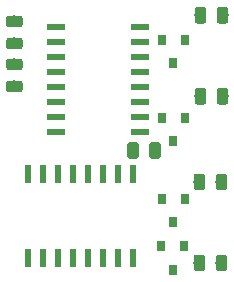
<source format=gbr>
G04 #@! TF.GenerationSoftware,KiCad,Pcbnew,5.0.2+dfsg1-1*
G04 #@! TF.CreationDate,2019-01-13T01:33:18+00:00*
G04 #@! TF.ProjectId,led_matrix_v1,6c65645f-6d61-4747-9269-785f76312e6b,rev?*
G04 #@! TF.SameCoordinates,Original*
G04 #@! TF.FileFunction,Paste,Bot*
G04 #@! TF.FilePolarity,Positive*
%FSLAX46Y46*%
G04 Gerber Fmt 4.6, Leading zero omitted, Abs format (unit mm)*
G04 Created by KiCad (PCBNEW 5.0.2+dfsg1-1) date Sun 13 Jan 2019 01:33:18 GMT*
%MOMM*%
%LPD*%
G01*
G04 APERTURE LIST*
%ADD10R,0.800000X0.900000*%
%ADD11R,1.500000X0.600000*%
%ADD12R,0.600000X1.500000*%
%ADD13C,0.100000*%
%ADD14C,0.975000*%
G04 APERTURE END LIST*
D10*
G04 #@! TO.C,Q4*
X135570000Y-106902000D03*
X136520000Y-104902000D03*
X134620000Y-104902000D03*
G04 #@! TD*
D11*
G04 #@! TO.C,4022*
X125730000Y-95250000D03*
X125730000Y-93980000D03*
X125730000Y-92710000D03*
X125730000Y-91440000D03*
X125730000Y-90170000D03*
X125730000Y-88900000D03*
X125730000Y-87630000D03*
X125730000Y-86360000D03*
X132830000Y-86360000D03*
X132830000Y-87630000D03*
X132830000Y-88900000D03*
X132830000Y-90170000D03*
X132830000Y-91440000D03*
X132830000Y-92710000D03*
X132830000Y-93980000D03*
X132830000Y-95250000D03*
G04 #@! TD*
D12*
G04 #@! TO.C,HC595*
X132207000Y-98812000D03*
X130937000Y-98812000D03*
X129667000Y-98812000D03*
X128397000Y-98812000D03*
X127127000Y-98812000D03*
X125857000Y-98812000D03*
X124587000Y-98812000D03*
X123317000Y-98812000D03*
X123317000Y-105912000D03*
X124587000Y-105912000D03*
X125857000Y-105912000D03*
X127127000Y-105912000D03*
X128397000Y-105912000D03*
X129667000Y-105912000D03*
X130937000Y-105912000D03*
X132207000Y-105912000D03*
G04 #@! TD*
D13*
G04 #@! TO.C,C2*
G36*
X122654142Y-85365674D02*
X122677803Y-85369184D01*
X122701007Y-85374996D01*
X122723529Y-85383054D01*
X122745153Y-85393282D01*
X122765670Y-85405579D01*
X122784883Y-85419829D01*
X122802607Y-85435893D01*
X122818671Y-85453617D01*
X122832921Y-85472830D01*
X122845218Y-85493347D01*
X122855446Y-85514971D01*
X122863504Y-85537493D01*
X122869316Y-85560697D01*
X122872826Y-85584358D01*
X122874000Y-85608250D01*
X122874000Y-86095750D01*
X122872826Y-86119642D01*
X122869316Y-86143303D01*
X122863504Y-86166507D01*
X122855446Y-86189029D01*
X122845218Y-86210653D01*
X122832921Y-86231170D01*
X122818671Y-86250383D01*
X122802607Y-86268107D01*
X122784883Y-86284171D01*
X122765670Y-86298421D01*
X122745153Y-86310718D01*
X122723529Y-86320946D01*
X122701007Y-86329004D01*
X122677803Y-86334816D01*
X122654142Y-86338326D01*
X122630250Y-86339500D01*
X121717750Y-86339500D01*
X121693858Y-86338326D01*
X121670197Y-86334816D01*
X121646993Y-86329004D01*
X121624471Y-86320946D01*
X121602847Y-86310718D01*
X121582330Y-86298421D01*
X121563117Y-86284171D01*
X121545393Y-86268107D01*
X121529329Y-86250383D01*
X121515079Y-86231170D01*
X121502782Y-86210653D01*
X121492554Y-86189029D01*
X121484496Y-86166507D01*
X121478684Y-86143303D01*
X121475174Y-86119642D01*
X121474000Y-86095750D01*
X121474000Y-85608250D01*
X121475174Y-85584358D01*
X121478684Y-85560697D01*
X121484496Y-85537493D01*
X121492554Y-85514971D01*
X121502782Y-85493347D01*
X121515079Y-85472830D01*
X121529329Y-85453617D01*
X121545393Y-85435893D01*
X121563117Y-85419829D01*
X121582330Y-85405579D01*
X121602847Y-85393282D01*
X121624471Y-85383054D01*
X121646993Y-85374996D01*
X121670197Y-85369184D01*
X121693858Y-85365674D01*
X121717750Y-85364500D01*
X122630250Y-85364500D01*
X122654142Y-85365674D01*
X122654142Y-85365674D01*
G37*
D14*
X122174000Y-85852000D03*
D13*
G36*
X122654142Y-87240674D02*
X122677803Y-87244184D01*
X122701007Y-87249996D01*
X122723529Y-87258054D01*
X122745153Y-87268282D01*
X122765670Y-87280579D01*
X122784883Y-87294829D01*
X122802607Y-87310893D01*
X122818671Y-87328617D01*
X122832921Y-87347830D01*
X122845218Y-87368347D01*
X122855446Y-87389971D01*
X122863504Y-87412493D01*
X122869316Y-87435697D01*
X122872826Y-87459358D01*
X122874000Y-87483250D01*
X122874000Y-87970750D01*
X122872826Y-87994642D01*
X122869316Y-88018303D01*
X122863504Y-88041507D01*
X122855446Y-88064029D01*
X122845218Y-88085653D01*
X122832921Y-88106170D01*
X122818671Y-88125383D01*
X122802607Y-88143107D01*
X122784883Y-88159171D01*
X122765670Y-88173421D01*
X122745153Y-88185718D01*
X122723529Y-88195946D01*
X122701007Y-88204004D01*
X122677803Y-88209816D01*
X122654142Y-88213326D01*
X122630250Y-88214500D01*
X121717750Y-88214500D01*
X121693858Y-88213326D01*
X121670197Y-88209816D01*
X121646993Y-88204004D01*
X121624471Y-88195946D01*
X121602847Y-88185718D01*
X121582330Y-88173421D01*
X121563117Y-88159171D01*
X121545393Y-88143107D01*
X121529329Y-88125383D01*
X121515079Y-88106170D01*
X121502782Y-88085653D01*
X121492554Y-88064029D01*
X121484496Y-88041507D01*
X121478684Y-88018303D01*
X121475174Y-87994642D01*
X121474000Y-87970750D01*
X121474000Y-87483250D01*
X121475174Y-87459358D01*
X121478684Y-87435697D01*
X121484496Y-87412493D01*
X121492554Y-87389971D01*
X121502782Y-87368347D01*
X121515079Y-87347830D01*
X121529329Y-87328617D01*
X121545393Y-87310893D01*
X121563117Y-87294829D01*
X121582330Y-87280579D01*
X121602847Y-87268282D01*
X121624471Y-87258054D01*
X121646993Y-87249996D01*
X121670197Y-87244184D01*
X121693858Y-87240674D01*
X121717750Y-87239500D01*
X122630250Y-87239500D01*
X122654142Y-87240674D01*
X122654142Y-87240674D01*
G37*
D14*
X122174000Y-87727000D03*
G04 #@! TD*
D13*
G04 #@! TO.C,C3*
G36*
X134349642Y-96075174D02*
X134373303Y-96078684D01*
X134396507Y-96084496D01*
X134419029Y-96092554D01*
X134440653Y-96102782D01*
X134461170Y-96115079D01*
X134480383Y-96129329D01*
X134498107Y-96145393D01*
X134514171Y-96163117D01*
X134528421Y-96182330D01*
X134540718Y-96202847D01*
X134550946Y-96224471D01*
X134559004Y-96246993D01*
X134564816Y-96270197D01*
X134568326Y-96293858D01*
X134569500Y-96317750D01*
X134569500Y-97230250D01*
X134568326Y-97254142D01*
X134564816Y-97277803D01*
X134559004Y-97301007D01*
X134550946Y-97323529D01*
X134540718Y-97345153D01*
X134528421Y-97365670D01*
X134514171Y-97384883D01*
X134498107Y-97402607D01*
X134480383Y-97418671D01*
X134461170Y-97432921D01*
X134440653Y-97445218D01*
X134419029Y-97455446D01*
X134396507Y-97463504D01*
X134373303Y-97469316D01*
X134349642Y-97472826D01*
X134325750Y-97474000D01*
X133838250Y-97474000D01*
X133814358Y-97472826D01*
X133790697Y-97469316D01*
X133767493Y-97463504D01*
X133744971Y-97455446D01*
X133723347Y-97445218D01*
X133702830Y-97432921D01*
X133683617Y-97418671D01*
X133665893Y-97402607D01*
X133649829Y-97384883D01*
X133635579Y-97365670D01*
X133623282Y-97345153D01*
X133613054Y-97323529D01*
X133604996Y-97301007D01*
X133599184Y-97277803D01*
X133595674Y-97254142D01*
X133594500Y-97230250D01*
X133594500Y-96317750D01*
X133595674Y-96293858D01*
X133599184Y-96270197D01*
X133604996Y-96246993D01*
X133613054Y-96224471D01*
X133623282Y-96202847D01*
X133635579Y-96182330D01*
X133649829Y-96163117D01*
X133665893Y-96145393D01*
X133683617Y-96129329D01*
X133702830Y-96115079D01*
X133723347Y-96102782D01*
X133744971Y-96092554D01*
X133767493Y-96084496D01*
X133790697Y-96078684D01*
X133814358Y-96075174D01*
X133838250Y-96074000D01*
X134325750Y-96074000D01*
X134349642Y-96075174D01*
X134349642Y-96075174D01*
G37*
D14*
X134082000Y-96774000D03*
D13*
G36*
X132474642Y-96075174D02*
X132498303Y-96078684D01*
X132521507Y-96084496D01*
X132544029Y-96092554D01*
X132565653Y-96102782D01*
X132586170Y-96115079D01*
X132605383Y-96129329D01*
X132623107Y-96145393D01*
X132639171Y-96163117D01*
X132653421Y-96182330D01*
X132665718Y-96202847D01*
X132675946Y-96224471D01*
X132684004Y-96246993D01*
X132689816Y-96270197D01*
X132693326Y-96293858D01*
X132694500Y-96317750D01*
X132694500Y-97230250D01*
X132693326Y-97254142D01*
X132689816Y-97277803D01*
X132684004Y-97301007D01*
X132675946Y-97323529D01*
X132665718Y-97345153D01*
X132653421Y-97365670D01*
X132639171Y-97384883D01*
X132623107Y-97402607D01*
X132605383Y-97418671D01*
X132586170Y-97432921D01*
X132565653Y-97445218D01*
X132544029Y-97455446D01*
X132521507Y-97463504D01*
X132498303Y-97469316D01*
X132474642Y-97472826D01*
X132450750Y-97474000D01*
X131963250Y-97474000D01*
X131939358Y-97472826D01*
X131915697Y-97469316D01*
X131892493Y-97463504D01*
X131869971Y-97455446D01*
X131848347Y-97445218D01*
X131827830Y-97432921D01*
X131808617Y-97418671D01*
X131790893Y-97402607D01*
X131774829Y-97384883D01*
X131760579Y-97365670D01*
X131748282Y-97345153D01*
X131738054Y-97323529D01*
X131729996Y-97301007D01*
X131724184Y-97277803D01*
X131720674Y-97254142D01*
X131719500Y-97230250D01*
X131719500Y-96317750D01*
X131720674Y-96293858D01*
X131724184Y-96270197D01*
X131729996Y-96246993D01*
X131738054Y-96224471D01*
X131748282Y-96202847D01*
X131760579Y-96182330D01*
X131774829Y-96163117D01*
X131790893Y-96145393D01*
X131808617Y-96129329D01*
X131827830Y-96115079D01*
X131848347Y-96102782D01*
X131869971Y-96092554D01*
X131892493Y-96084496D01*
X131915697Y-96078684D01*
X131939358Y-96075174D01*
X131963250Y-96074000D01*
X132450750Y-96074000D01*
X132474642Y-96075174D01*
X132474642Y-96075174D01*
G37*
D14*
X132207000Y-96774000D03*
G04 #@! TD*
D10*
G04 #@! TO.C,Q1*
X135636000Y-89408000D03*
X136586000Y-87408000D03*
X134686000Y-87408000D03*
G04 #@! TD*
G04 #@! TO.C,Q2*
X134686000Y-94012000D03*
X136586000Y-94012000D03*
X135636000Y-96012000D03*
G04 #@! TD*
G04 #@! TO.C,Q3*
X134686000Y-100870000D03*
X136586000Y-100870000D03*
X135636000Y-102870000D03*
G04 #@! TD*
D13*
G04 #@! TO.C,R1*
G36*
X122654142Y-89000174D02*
X122677803Y-89003684D01*
X122701007Y-89009496D01*
X122723529Y-89017554D01*
X122745153Y-89027782D01*
X122765670Y-89040079D01*
X122784883Y-89054329D01*
X122802607Y-89070393D01*
X122818671Y-89088117D01*
X122832921Y-89107330D01*
X122845218Y-89127847D01*
X122855446Y-89149471D01*
X122863504Y-89171993D01*
X122869316Y-89195197D01*
X122872826Y-89218858D01*
X122874000Y-89242750D01*
X122874000Y-89730250D01*
X122872826Y-89754142D01*
X122869316Y-89777803D01*
X122863504Y-89801007D01*
X122855446Y-89823529D01*
X122845218Y-89845153D01*
X122832921Y-89865670D01*
X122818671Y-89884883D01*
X122802607Y-89902607D01*
X122784883Y-89918671D01*
X122765670Y-89932921D01*
X122745153Y-89945218D01*
X122723529Y-89955446D01*
X122701007Y-89963504D01*
X122677803Y-89969316D01*
X122654142Y-89972826D01*
X122630250Y-89974000D01*
X121717750Y-89974000D01*
X121693858Y-89972826D01*
X121670197Y-89969316D01*
X121646993Y-89963504D01*
X121624471Y-89955446D01*
X121602847Y-89945218D01*
X121582330Y-89932921D01*
X121563117Y-89918671D01*
X121545393Y-89902607D01*
X121529329Y-89884883D01*
X121515079Y-89865670D01*
X121502782Y-89845153D01*
X121492554Y-89823529D01*
X121484496Y-89801007D01*
X121478684Y-89777803D01*
X121475174Y-89754142D01*
X121474000Y-89730250D01*
X121474000Y-89242750D01*
X121475174Y-89218858D01*
X121478684Y-89195197D01*
X121484496Y-89171993D01*
X121492554Y-89149471D01*
X121502782Y-89127847D01*
X121515079Y-89107330D01*
X121529329Y-89088117D01*
X121545393Y-89070393D01*
X121563117Y-89054329D01*
X121582330Y-89040079D01*
X121602847Y-89027782D01*
X121624471Y-89017554D01*
X121646993Y-89009496D01*
X121670197Y-89003684D01*
X121693858Y-89000174D01*
X121717750Y-88999000D01*
X122630250Y-88999000D01*
X122654142Y-89000174D01*
X122654142Y-89000174D01*
G37*
D14*
X122174000Y-89486500D03*
D13*
G36*
X122654142Y-90875174D02*
X122677803Y-90878684D01*
X122701007Y-90884496D01*
X122723529Y-90892554D01*
X122745153Y-90902782D01*
X122765670Y-90915079D01*
X122784883Y-90929329D01*
X122802607Y-90945393D01*
X122818671Y-90963117D01*
X122832921Y-90982330D01*
X122845218Y-91002847D01*
X122855446Y-91024471D01*
X122863504Y-91046993D01*
X122869316Y-91070197D01*
X122872826Y-91093858D01*
X122874000Y-91117750D01*
X122874000Y-91605250D01*
X122872826Y-91629142D01*
X122869316Y-91652803D01*
X122863504Y-91676007D01*
X122855446Y-91698529D01*
X122845218Y-91720153D01*
X122832921Y-91740670D01*
X122818671Y-91759883D01*
X122802607Y-91777607D01*
X122784883Y-91793671D01*
X122765670Y-91807921D01*
X122745153Y-91820218D01*
X122723529Y-91830446D01*
X122701007Y-91838504D01*
X122677803Y-91844316D01*
X122654142Y-91847826D01*
X122630250Y-91849000D01*
X121717750Y-91849000D01*
X121693858Y-91847826D01*
X121670197Y-91844316D01*
X121646993Y-91838504D01*
X121624471Y-91830446D01*
X121602847Y-91820218D01*
X121582330Y-91807921D01*
X121563117Y-91793671D01*
X121545393Y-91777607D01*
X121529329Y-91759883D01*
X121515079Y-91740670D01*
X121502782Y-91720153D01*
X121492554Y-91698529D01*
X121484496Y-91676007D01*
X121478684Y-91652803D01*
X121475174Y-91629142D01*
X121474000Y-91605250D01*
X121474000Y-91117750D01*
X121475174Y-91093858D01*
X121478684Y-91070197D01*
X121484496Y-91046993D01*
X121492554Y-91024471D01*
X121502782Y-91002847D01*
X121515079Y-90982330D01*
X121529329Y-90963117D01*
X121545393Y-90945393D01*
X121563117Y-90929329D01*
X121582330Y-90915079D01*
X121602847Y-90902782D01*
X121624471Y-90892554D01*
X121646993Y-90884496D01*
X121670197Y-90878684D01*
X121693858Y-90875174D01*
X121717750Y-90874000D01*
X122630250Y-90874000D01*
X122654142Y-90875174D01*
X122654142Y-90875174D01*
G37*
D14*
X122174000Y-91361500D03*
G04 #@! TD*
D13*
G04 #@! TO.C,R5*
G36*
X140064642Y-84645174D02*
X140088303Y-84648684D01*
X140111507Y-84654496D01*
X140134029Y-84662554D01*
X140155653Y-84672782D01*
X140176170Y-84685079D01*
X140195383Y-84699329D01*
X140213107Y-84715393D01*
X140229171Y-84733117D01*
X140243421Y-84752330D01*
X140255718Y-84772847D01*
X140265946Y-84794471D01*
X140274004Y-84816993D01*
X140279816Y-84840197D01*
X140283326Y-84863858D01*
X140284500Y-84887750D01*
X140284500Y-85800250D01*
X140283326Y-85824142D01*
X140279816Y-85847803D01*
X140274004Y-85871007D01*
X140265946Y-85893529D01*
X140255718Y-85915153D01*
X140243421Y-85935670D01*
X140229171Y-85954883D01*
X140213107Y-85972607D01*
X140195383Y-85988671D01*
X140176170Y-86002921D01*
X140155653Y-86015218D01*
X140134029Y-86025446D01*
X140111507Y-86033504D01*
X140088303Y-86039316D01*
X140064642Y-86042826D01*
X140040750Y-86044000D01*
X139553250Y-86044000D01*
X139529358Y-86042826D01*
X139505697Y-86039316D01*
X139482493Y-86033504D01*
X139459971Y-86025446D01*
X139438347Y-86015218D01*
X139417830Y-86002921D01*
X139398617Y-85988671D01*
X139380893Y-85972607D01*
X139364829Y-85954883D01*
X139350579Y-85935670D01*
X139338282Y-85915153D01*
X139328054Y-85893529D01*
X139319996Y-85871007D01*
X139314184Y-85847803D01*
X139310674Y-85824142D01*
X139309500Y-85800250D01*
X139309500Y-84887750D01*
X139310674Y-84863858D01*
X139314184Y-84840197D01*
X139319996Y-84816993D01*
X139328054Y-84794471D01*
X139338282Y-84772847D01*
X139350579Y-84752330D01*
X139364829Y-84733117D01*
X139380893Y-84715393D01*
X139398617Y-84699329D01*
X139417830Y-84685079D01*
X139438347Y-84672782D01*
X139459971Y-84662554D01*
X139482493Y-84654496D01*
X139505697Y-84648684D01*
X139529358Y-84645174D01*
X139553250Y-84644000D01*
X140040750Y-84644000D01*
X140064642Y-84645174D01*
X140064642Y-84645174D01*
G37*
D14*
X139797000Y-85344000D03*
D13*
G36*
X138189642Y-84645174D02*
X138213303Y-84648684D01*
X138236507Y-84654496D01*
X138259029Y-84662554D01*
X138280653Y-84672782D01*
X138301170Y-84685079D01*
X138320383Y-84699329D01*
X138338107Y-84715393D01*
X138354171Y-84733117D01*
X138368421Y-84752330D01*
X138380718Y-84772847D01*
X138390946Y-84794471D01*
X138399004Y-84816993D01*
X138404816Y-84840197D01*
X138408326Y-84863858D01*
X138409500Y-84887750D01*
X138409500Y-85800250D01*
X138408326Y-85824142D01*
X138404816Y-85847803D01*
X138399004Y-85871007D01*
X138390946Y-85893529D01*
X138380718Y-85915153D01*
X138368421Y-85935670D01*
X138354171Y-85954883D01*
X138338107Y-85972607D01*
X138320383Y-85988671D01*
X138301170Y-86002921D01*
X138280653Y-86015218D01*
X138259029Y-86025446D01*
X138236507Y-86033504D01*
X138213303Y-86039316D01*
X138189642Y-86042826D01*
X138165750Y-86044000D01*
X137678250Y-86044000D01*
X137654358Y-86042826D01*
X137630697Y-86039316D01*
X137607493Y-86033504D01*
X137584971Y-86025446D01*
X137563347Y-86015218D01*
X137542830Y-86002921D01*
X137523617Y-85988671D01*
X137505893Y-85972607D01*
X137489829Y-85954883D01*
X137475579Y-85935670D01*
X137463282Y-85915153D01*
X137453054Y-85893529D01*
X137444996Y-85871007D01*
X137439184Y-85847803D01*
X137435674Y-85824142D01*
X137434500Y-85800250D01*
X137434500Y-84887750D01*
X137435674Y-84863858D01*
X137439184Y-84840197D01*
X137444996Y-84816993D01*
X137453054Y-84794471D01*
X137463282Y-84772847D01*
X137475579Y-84752330D01*
X137489829Y-84733117D01*
X137505893Y-84715393D01*
X137523617Y-84699329D01*
X137542830Y-84685079D01*
X137563347Y-84672782D01*
X137584971Y-84662554D01*
X137607493Y-84654496D01*
X137630697Y-84648684D01*
X137654358Y-84645174D01*
X137678250Y-84644000D01*
X138165750Y-84644000D01*
X138189642Y-84645174D01*
X138189642Y-84645174D01*
G37*
D14*
X137922000Y-85344000D03*
G04 #@! TD*
D13*
G04 #@! TO.C,R8*
G36*
X138092642Y-105600174D02*
X138116303Y-105603684D01*
X138139507Y-105609496D01*
X138162029Y-105617554D01*
X138183653Y-105627782D01*
X138204170Y-105640079D01*
X138223383Y-105654329D01*
X138241107Y-105670393D01*
X138257171Y-105688117D01*
X138271421Y-105707330D01*
X138283718Y-105727847D01*
X138293946Y-105749471D01*
X138302004Y-105771993D01*
X138307816Y-105795197D01*
X138311326Y-105818858D01*
X138312500Y-105842750D01*
X138312500Y-106755250D01*
X138311326Y-106779142D01*
X138307816Y-106802803D01*
X138302004Y-106826007D01*
X138293946Y-106848529D01*
X138283718Y-106870153D01*
X138271421Y-106890670D01*
X138257171Y-106909883D01*
X138241107Y-106927607D01*
X138223383Y-106943671D01*
X138204170Y-106957921D01*
X138183653Y-106970218D01*
X138162029Y-106980446D01*
X138139507Y-106988504D01*
X138116303Y-106994316D01*
X138092642Y-106997826D01*
X138068750Y-106999000D01*
X137581250Y-106999000D01*
X137557358Y-106997826D01*
X137533697Y-106994316D01*
X137510493Y-106988504D01*
X137487971Y-106980446D01*
X137466347Y-106970218D01*
X137445830Y-106957921D01*
X137426617Y-106943671D01*
X137408893Y-106927607D01*
X137392829Y-106909883D01*
X137378579Y-106890670D01*
X137366282Y-106870153D01*
X137356054Y-106848529D01*
X137347996Y-106826007D01*
X137342184Y-106802803D01*
X137338674Y-106779142D01*
X137337500Y-106755250D01*
X137337500Y-105842750D01*
X137338674Y-105818858D01*
X137342184Y-105795197D01*
X137347996Y-105771993D01*
X137356054Y-105749471D01*
X137366282Y-105727847D01*
X137378579Y-105707330D01*
X137392829Y-105688117D01*
X137408893Y-105670393D01*
X137426617Y-105654329D01*
X137445830Y-105640079D01*
X137466347Y-105627782D01*
X137487971Y-105617554D01*
X137510493Y-105609496D01*
X137533697Y-105603684D01*
X137557358Y-105600174D01*
X137581250Y-105599000D01*
X138068750Y-105599000D01*
X138092642Y-105600174D01*
X138092642Y-105600174D01*
G37*
D14*
X137825000Y-106299000D03*
D13*
G36*
X139967642Y-105600174D02*
X139991303Y-105603684D01*
X140014507Y-105609496D01*
X140037029Y-105617554D01*
X140058653Y-105627782D01*
X140079170Y-105640079D01*
X140098383Y-105654329D01*
X140116107Y-105670393D01*
X140132171Y-105688117D01*
X140146421Y-105707330D01*
X140158718Y-105727847D01*
X140168946Y-105749471D01*
X140177004Y-105771993D01*
X140182816Y-105795197D01*
X140186326Y-105818858D01*
X140187500Y-105842750D01*
X140187500Y-106755250D01*
X140186326Y-106779142D01*
X140182816Y-106802803D01*
X140177004Y-106826007D01*
X140168946Y-106848529D01*
X140158718Y-106870153D01*
X140146421Y-106890670D01*
X140132171Y-106909883D01*
X140116107Y-106927607D01*
X140098383Y-106943671D01*
X140079170Y-106957921D01*
X140058653Y-106970218D01*
X140037029Y-106980446D01*
X140014507Y-106988504D01*
X139991303Y-106994316D01*
X139967642Y-106997826D01*
X139943750Y-106999000D01*
X139456250Y-106999000D01*
X139432358Y-106997826D01*
X139408697Y-106994316D01*
X139385493Y-106988504D01*
X139362971Y-106980446D01*
X139341347Y-106970218D01*
X139320830Y-106957921D01*
X139301617Y-106943671D01*
X139283893Y-106927607D01*
X139267829Y-106909883D01*
X139253579Y-106890670D01*
X139241282Y-106870153D01*
X139231054Y-106848529D01*
X139222996Y-106826007D01*
X139217184Y-106802803D01*
X139213674Y-106779142D01*
X139212500Y-106755250D01*
X139212500Y-105842750D01*
X139213674Y-105818858D01*
X139217184Y-105795197D01*
X139222996Y-105771993D01*
X139231054Y-105749471D01*
X139241282Y-105727847D01*
X139253579Y-105707330D01*
X139267829Y-105688117D01*
X139283893Y-105670393D01*
X139301617Y-105654329D01*
X139320830Y-105640079D01*
X139341347Y-105627782D01*
X139362971Y-105617554D01*
X139385493Y-105609496D01*
X139408697Y-105603684D01*
X139432358Y-105600174D01*
X139456250Y-105599000D01*
X139943750Y-105599000D01*
X139967642Y-105600174D01*
X139967642Y-105600174D01*
G37*
D14*
X139700000Y-106299000D03*
G04 #@! TD*
D13*
G04 #@! TO.C,R7*
G36*
X138092642Y-98742174D02*
X138116303Y-98745684D01*
X138139507Y-98751496D01*
X138162029Y-98759554D01*
X138183653Y-98769782D01*
X138204170Y-98782079D01*
X138223383Y-98796329D01*
X138241107Y-98812393D01*
X138257171Y-98830117D01*
X138271421Y-98849330D01*
X138283718Y-98869847D01*
X138293946Y-98891471D01*
X138302004Y-98913993D01*
X138307816Y-98937197D01*
X138311326Y-98960858D01*
X138312500Y-98984750D01*
X138312500Y-99897250D01*
X138311326Y-99921142D01*
X138307816Y-99944803D01*
X138302004Y-99968007D01*
X138293946Y-99990529D01*
X138283718Y-100012153D01*
X138271421Y-100032670D01*
X138257171Y-100051883D01*
X138241107Y-100069607D01*
X138223383Y-100085671D01*
X138204170Y-100099921D01*
X138183653Y-100112218D01*
X138162029Y-100122446D01*
X138139507Y-100130504D01*
X138116303Y-100136316D01*
X138092642Y-100139826D01*
X138068750Y-100141000D01*
X137581250Y-100141000D01*
X137557358Y-100139826D01*
X137533697Y-100136316D01*
X137510493Y-100130504D01*
X137487971Y-100122446D01*
X137466347Y-100112218D01*
X137445830Y-100099921D01*
X137426617Y-100085671D01*
X137408893Y-100069607D01*
X137392829Y-100051883D01*
X137378579Y-100032670D01*
X137366282Y-100012153D01*
X137356054Y-99990529D01*
X137347996Y-99968007D01*
X137342184Y-99944803D01*
X137338674Y-99921142D01*
X137337500Y-99897250D01*
X137337500Y-98984750D01*
X137338674Y-98960858D01*
X137342184Y-98937197D01*
X137347996Y-98913993D01*
X137356054Y-98891471D01*
X137366282Y-98869847D01*
X137378579Y-98849330D01*
X137392829Y-98830117D01*
X137408893Y-98812393D01*
X137426617Y-98796329D01*
X137445830Y-98782079D01*
X137466347Y-98769782D01*
X137487971Y-98759554D01*
X137510493Y-98751496D01*
X137533697Y-98745684D01*
X137557358Y-98742174D01*
X137581250Y-98741000D01*
X138068750Y-98741000D01*
X138092642Y-98742174D01*
X138092642Y-98742174D01*
G37*
D14*
X137825000Y-99441000D03*
D13*
G36*
X139967642Y-98742174D02*
X139991303Y-98745684D01*
X140014507Y-98751496D01*
X140037029Y-98759554D01*
X140058653Y-98769782D01*
X140079170Y-98782079D01*
X140098383Y-98796329D01*
X140116107Y-98812393D01*
X140132171Y-98830117D01*
X140146421Y-98849330D01*
X140158718Y-98869847D01*
X140168946Y-98891471D01*
X140177004Y-98913993D01*
X140182816Y-98937197D01*
X140186326Y-98960858D01*
X140187500Y-98984750D01*
X140187500Y-99897250D01*
X140186326Y-99921142D01*
X140182816Y-99944803D01*
X140177004Y-99968007D01*
X140168946Y-99990529D01*
X140158718Y-100012153D01*
X140146421Y-100032670D01*
X140132171Y-100051883D01*
X140116107Y-100069607D01*
X140098383Y-100085671D01*
X140079170Y-100099921D01*
X140058653Y-100112218D01*
X140037029Y-100122446D01*
X140014507Y-100130504D01*
X139991303Y-100136316D01*
X139967642Y-100139826D01*
X139943750Y-100141000D01*
X139456250Y-100141000D01*
X139432358Y-100139826D01*
X139408697Y-100136316D01*
X139385493Y-100130504D01*
X139362971Y-100122446D01*
X139341347Y-100112218D01*
X139320830Y-100099921D01*
X139301617Y-100085671D01*
X139283893Y-100069607D01*
X139267829Y-100051883D01*
X139253579Y-100032670D01*
X139241282Y-100012153D01*
X139231054Y-99990529D01*
X139222996Y-99968007D01*
X139217184Y-99944803D01*
X139213674Y-99921142D01*
X139212500Y-99897250D01*
X139212500Y-98984750D01*
X139213674Y-98960858D01*
X139217184Y-98937197D01*
X139222996Y-98913993D01*
X139231054Y-98891471D01*
X139241282Y-98869847D01*
X139253579Y-98849330D01*
X139267829Y-98830117D01*
X139283893Y-98812393D01*
X139301617Y-98796329D01*
X139320830Y-98782079D01*
X139341347Y-98769782D01*
X139362971Y-98759554D01*
X139385493Y-98751496D01*
X139408697Y-98745684D01*
X139432358Y-98742174D01*
X139456250Y-98741000D01*
X139943750Y-98741000D01*
X139967642Y-98742174D01*
X139967642Y-98742174D01*
G37*
D14*
X139700000Y-99441000D03*
G04 #@! TD*
D13*
G04 #@! TO.C,R6*
G36*
X140064642Y-91503174D02*
X140088303Y-91506684D01*
X140111507Y-91512496D01*
X140134029Y-91520554D01*
X140155653Y-91530782D01*
X140176170Y-91543079D01*
X140195383Y-91557329D01*
X140213107Y-91573393D01*
X140229171Y-91591117D01*
X140243421Y-91610330D01*
X140255718Y-91630847D01*
X140265946Y-91652471D01*
X140274004Y-91674993D01*
X140279816Y-91698197D01*
X140283326Y-91721858D01*
X140284500Y-91745750D01*
X140284500Y-92658250D01*
X140283326Y-92682142D01*
X140279816Y-92705803D01*
X140274004Y-92729007D01*
X140265946Y-92751529D01*
X140255718Y-92773153D01*
X140243421Y-92793670D01*
X140229171Y-92812883D01*
X140213107Y-92830607D01*
X140195383Y-92846671D01*
X140176170Y-92860921D01*
X140155653Y-92873218D01*
X140134029Y-92883446D01*
X140111507Y-92891504D01*
X140088303Y-92897316D01*
X140064642Y-92900826D01*
X140040750Y-92902000D01*
X139553250Y-92902000D01*
X139529358Y-92900826D01*
X139505697Y-92897316D01*
X139482493Y-92891504D01*
X139459971Y-92883446D01*
X139438347Y-92873218D01*
X139417830Y-92860921D01*
X139398617Y-92846671D01*
X139380893Y-92830607D01*
X139364829Y-92812883D01*
X139350579Y-92793670D01*
X139338282Y-92773153D01*
X139328054Y-92751529D01*
X139319996Y-92729007D01*
X139314184Y-92705803D01*
X139310674Y-92682142D01*
X139309500Y-92658250D01*
X139309500Y-91745750D01*
X139310674Y-91721858D01*
X139314184Y-91698197D01*
X139319996Y-91674993D01*
X139328054Y-91652471D01*
X139338282Y-91630847D01*
X139350579Y-91610330D01*
X139364829Y-91591117D01*
X139380893Y-91573393D01*
X139398617Y-91557329D01*
X139417830Y-91543079D01*
X139438347Y-91530782D01*
X139459971Y-91520554D01*
X139482493Y-91512496D01*
X139505697Y-91506684D01*
X139529358Y-91503174D01*
X139553250Y-91502000D01*
X140040750Y-91502000D01*
X140064642Y-91503174D01*
X140064642Y-91503174D01*
G37*
D14*
X139797000Y-92202000D03*
D13*
G36*
X138189642Y-91503174D02*
X138213303Y-91506684D01*
X138236507Y-91512496D01*
X138259029Y-91520554D01*
X138280653Y-91530782D01*
X138301170Y-91543079D01*
X138320383Y-91557329D01*
X138338107Y-91573393D01*
X138354171Y-91591117D01*
X138368421Y-91610330D01*
X138380718Y-91630847D01*
X138390946Y-91652471D01*
X138399004Y-91674993D01*
X138404816Y-91698197D01*
X138408326Y-91721858D01*
X138409500Y-91745750D01*
X138409500Y-92658250D01*
X138408326Y-92682142D01*
X138404816Y-92705803D01*
X138399004Y-92729007D01*
X138390946Y-92751529D01*
X138380718Y-92773153D01*
X138368421Y-92793670D01*
X138354171Y-92812883D01*
X138338107Y-92830607D01*
X138320383Y-92846671D01*
X138301170Y-92860921D01*
X138280653Y-92873218D01*
X138259029Y-92883446D01*
X138236507Y-92891504D01*
X138213303Y-92897316D01*
X138189642Y-92900826D01*
X138165750Y-92902000D01*
X137678250Y-92902000D01*
X137654358Y-92900826D01*
X137630697Y-92897316D01*
X137607493Y-92891504D01*
X137584971Y-92883446D01*
X137563347Y-92873218D01*
X137542830Y-92860921D01*
X137523617Y-92846671D01*
X137505893Y-92830607D01*
X137489829Y-92812883D01*
X137475579Y-92793670D01*
X137463282Y-92773153D01*
X137453054Y-92751529D01*
X137444996Y-92729007D01*
X137439184Y-92705803D01*
X137435674Y-92682142D01*
X137434500Y-92658250D01*
X137434500Y-91745750D01*
X137435674Y-91721858D01*
X137439184Y-91698197D01*
X137444996Y-91674993D01*
X137453054Y-91652471D01*
X137463282Y-91630847D01*
X137475579Y-91610330D01*
X137489829Y-91591117D01*
X137505893Y-91573393D01*
X137523617Y-91557329D01*
X137542830Y-91543079D01*
X137563347Y-91530782D01*
X137584971Y-91520554D01*
X137607493Y-91512496D01*
X137630697Y-91506684D01*
X137654358Y-91503174D01*
X137678250Y-91502000D01*
X138165750Y-91502000D01*
X138189642Y-91503174D01*
X138189642Y-91503174D01*
G37*
D14*
X137922000Y-92202000D03*
G04 #@! TD*
M02*

</source>
